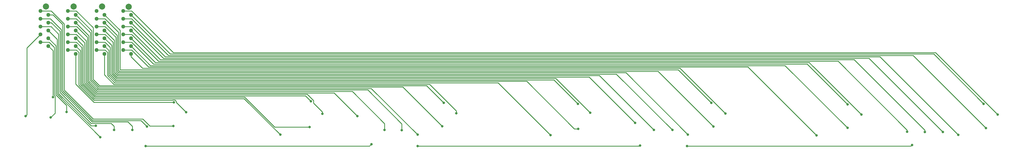
<source format=gbr>
G04 #@! TF.GenerationSoftware,KiCad,Pcbnew,5.0.2-bee76a0~70~ubuntu16.04.1*
G04 #@! TF.CreationDate,2019-11-05T16:08:26-05:00*
G04 #@! TF.ProjectId,DA_Board_2,44415f42-6f61-4726-945f-322e6b696361,rev?*
G04 #@! TF.SameCoordinates,Original*
G04 #@! TF.FileFunction,Copper,L2,Bot*
G04 #@! TF.FilePolarity,Positive*
%FSLAX46Y46*%
G04 Gerber Fmt 4.6, Leading zero omitted, Abs format (unit mm)*
G04 Created by KiCad (PCBNEW 5.0.2-bee76a0~70~ubuntu16.04.1) date Tue 05 Nov 2019 04:08:26 PM EST*
%MOMM*%
%LPD*%
G01*
G04 APERTURE LIST*
G04 #@! TA.AperFunction,ComponentPad*
%ADD10C,1.300000*%
G04 #@! TD*
G04 #@! TA.AperFunction,ComponentPad*
%ADD11C,2.000000*%
G04 #@! TD*
G04 #@! TA.AperFunction,ViaPad*
%ADD12C,0.800000*%
G04 #@! TD*
G04 #@! TA.AperFunction,Conductor*
%ADD13C,0.254000*%
G04 #@! TD*
G04 APERTURE END LIST*
D10*
G04 #@! TO.P,J1,5*
G04 #@! TO.N,/C11_T2*
X-1473200Y-101244400D03*
G04 #@! TO.P,J1,3*
G04 #@! TO.N,/PWR10*
X-1473200Y-98704400D03*
G04 #@! TO.P,J1,1*
G04 #@! TO.N,/PWR9*
X-1473200Y-96164400D03*
G04 #@! TO.P,J1,7*
G04 #@! TO.N,/C11*
X-1473200Y-103784400D03*
G04 #@! TO.P,J1,2*
G04 #@! TO.N,/Q9*
X1066800Y-97434400D03*
G04 #@! TO.P,J1,4*
G04 #@! TO.N,/C11_T3*
X1066800Y-99974400D03*
G04 #@! TO.P,J1,6*
G04 #@! TO.N,/C11_T1*
X1066800Y-102514400D03*
G04 #@! TO.P,J1,8*
G04 #@! TO.N,/PWR11*
X1066800Y-105054400D03*
G04 #@! TO.P,J1,9*
G04 #@! TO.N,/Q11*
X-1473200Y-106324400D03*
G04 #@! TO.P,J1,10*
G04 #@! TO.N,/PWR12*
X1066800Y-107594400D03*
G04 #@! TO.P,J1,11*
G04 #@! TO.N,/C13*
X-1473200Y-108864400D03*
G04 #@! TO.P,J1,12*
G04 #@! TO.N,/PWR13*
X1066800Y-110134400D03*
D11*
G04 #@! TO.P,J1,13*
G04 #@! TO.N,N/C*
X326800Y-94764400D03*
G04 #@! TD*
G04 #@! TO.P,J2,13*
G04 #@! TO.N,N/C*
X9610500Y-94751700D03*
D10*
G04 #@! TO.P,J2,12*
G04 #@! TO.N,/C9*
X10350500Y-110121700D03*
G04 #@! TO.P,J2,11*
G04 #@! TO.N,/PWR8*
X7810500Y-108851700D03*
G04 #@! TO.P,J2,10*
G04 #@! TO.N,/Q7*
X10350500Y-107581700D03*
G04 #@! TO.P,J2,9*
G04 #@! TO.N,/PWR7*
X7810500Y-106311700D03*
G04 #@! TO.P,J2,8*
G04 #@! TO.N,/C7*
X10350500Y-105041700D03*
G04 #@! TO.P,J2,6*
G04 #@! TO.N,/C7_T2*
X10350500Y-102501700D03*
G04 #@! TO.P,J2,4*
G04 #@! TO.N,/PWR6*
X10350500Y-99961700D03*
G04 #@! TO.P,J2,2*
G04 #@! TO.N,/PWR5*
X10350500Y-97421700D03*
G04 #@! TO.P,J2,7*
G04 #@! TO.N,/C7_T1*
X7810500Y-103771700D03*
G04 #@! TO.P,J2,1*
G04 #@! TO.N,Net-(J2-Pad1)*
X7810500Y-96151700D03*
G04 #@! TO.P,J2,3*
G04 #@! TO.N,/Q5*
X7810500Y-98691700D03*
G04 #@! TO.P,J2,5*
G04 #@! TO.N,/C7_T3*
X7810500Y-101231700D03*
G04 #@! TD*
G04 #@! TO.P,J3,5*
G04 #@! TO.N,/C15_T1*
X-10388600Y-101269800D03*
G04 #@! TO.P,J3,3*
G04 #@! TO.N,/C15_T3*
X-10388600Y-98729800D03*
G04 #@! TO.P,J3,1*
G04 #@! TO.N,/Q13*
X-10388600Y-96189800D03*
G04 #@! TO.P,J3,7*
G04 #@! TO.N,/PWR16*
X-10388600Y-103809800D03*
G04 #@! TO.P,J3,2*
G04 #@! TO.N,/PWR14*
X-7848600Y-97459800D03*
G04 #@! TO.P,J3,4*
G04 #@! TO.N,/C15_T2*
X-7848600Y-99999800D03*
G04 #@! TO.P,J3,6*
G04 #@! TO.N,/GND1*
X-7848600Y-102539800D03*
G04 #@! TO.P,J3,8*
G04 #@! TO.N,/C15*
X-7848600Y-105079800D03*
G04 #@! TO.P,J3,9*
G04 #@! TO.N,/Q15*
X-10388600Y-106349800D03*
G04 #@! TO.P,J3,10*
G04 #@! TO.N,/PWR15*
X-7848600Y-107619800D03*
D11*
G04 #@! TO.P,J3,11*
G04 #@! TO.N,N/C*
X-8588600Y-94789800D03*
G04 #@! TD*
D10*
G04 #@! TO.P,J4,5*
G04 #@! TO.N,/C3_T3*
X16446500Y-101282500D03*
G04 #@! TO.P,J4,3*
G04 #@! TO.N,/Q1*
X16446500Y-98742500D03*
G04 #@! TO.P,J4,1*
G04 #@! TO.N,/C1*
X16446500Y-96202500D03*
G04 #@! TO.P,J4,7*
G04 #@! TO.N,/C3_T1*
X16446500Y-103822500D03*
G04 #@! TO.P,J4,2*
G04 #@! TO.N,/PWR1*
X18986500Y-97472500D03*
G04 #@! TO.P,J4,4*
G04 #@! TO.N,/PWR2*
X18986500Y-100012500D03*
G04 #@! TO.P,J4,6*
G04 #@! TO.N,/C3_T2*
X18986500Y-102552500D03*
G04 #@! TO.P,J4,8*
G04 #@! TO.N,/C3*
X18986500Y-105092500D03*
G04 #@! TO.P,J4,9*
G04 #@! TO.N,/PWR3*
X16446500Y-106362500D03*
G04 #@! TO.P,J4,10*
G04 #@! TO.N,/Q3*
X18986500Y-107632500D03*
G04 #@! TO.P,J4,11*
G04 #@! TO.N,/PWR4*
X16446500Y-108902500D03*
G04 #@! TO.P,J4,12*
G04 #@! TO.N,/C5*
X18986500Y-110172500D03*
D11*
G04 #@! TO.P,J4,13*
G04 #@! TO.N,N/C*
X18246500Y-94802500D03*
G04 #@! TD*
D12*
G04 #@! TO.N,/C1*
X300046662Y-129857500D03*
G04 #@! TO.N,/PWR2*
X287261300Y-136486900D03*
G04 #@! TO.N,/PWR4*
X241300000Y-136652000D03*
G04 #@! TO.N,/C3*
X255892300Y-129895600D03*
G04 #@! TO.N,/C5*
X211759800Y-129555800D03*
G04 #@! TO.N,/PWR6*
X199580500Y-136372600D03*
G04 #@! TO.N,/PWR8*
X155054300Y-136575800D03*
G04 #@! TO.N,/C7*
X167932100Y-129311400D03*
G04 #@! TO.N,/C9*
X124460000Y-129463800D03*
G04 #@! TO.N,/PWR10*
X111912400Y-136448800D03*
G04 #@! TO.N,/PWR12*
X67398900Y-136448800D03*
G04 #@! TO.N,/C11*
X81038700Y-129603500D03*
G04 #@! TO.N,/C13*
X36830000Y-129133600D03*
G04 #@! TO.N,/PWR14*
X24180800Y-133781800D03*
G04 #@! TO.N,/PWR16*
X-15214600Y-130378200D03*
G04 #@! TO.N,/C15*
X-1930400Y-129057400D03*
G04 #@! TO.N,/C15_T3*
X19405600Y-134874000D03*
G04 #@! TO.N,/C15_T2*
X13487400Y-134924800D03*
G04 #@! TO.N,/C15_T1*
X7569200Y-133527800D03*
G04 #@! TO.N,/C11_T3*
X106817733Y-134940600D03*
G04 #@! TO.N,/PWR13*
X32893000Y-125907800D03*
G04 #@! TO.N,/PWR15*
X-6350000Y-124180600D03*
G04 #@! TO.N,/C3_T1*
X270738600Y-135496300D03*
G04 #@! TO.N,/C3_T3*
X282295600Y-135559800D03*
G04 #@! TO.N,/C7_T2*
X188544200Y-134861300D03*
G04 #@! TO.N,/C11_T1*
X92430600Y-130416300D03*
G04 #@! TO.N,/C3_T2*
X276428200Y-135521700D03*
G04 #@! TO.N,/C11_T2*
X101229450Y-134915200D03*
G04 #@! TO.N,/C7_T3*
X194551300Y-134924800D03*
G04 #@! TO.N,/C7_T1*
X182460900Y-132588000D03*
G04 #@! TO.N,/Q7*
X164058600Y-134531100D03*
G04 #@! TO.N,/Q11*
X76898500Y-133934200D03*
G04 #@! TO.N,/Q15*
X-7061200Y-130860800D03*
G04 #@! TO.N,/Q3*
X251358400Y-134213600D03*
G04 #@! TO.N,/Q13*
X32715200Y-133629400D03*
G04 #@! TO.N,/Q9*
X119900700Y-133718300D03*
G04 #@! TO.N,/Q5*
X207886300Y-133794500D03*
G04 #@! TO.N,/Q1*
X296260867Y-134285067D03*
G04 #@! TO.N,/GND1*
X9017000Y-137261600D03*
X23761700Y-140169900D03*
X96939100Y-139522200D03*
X111912400Y-140157200D03*
X184099200Y-139928600D03*
X199351900Y-140131800D03*
X272275300Y-139776200D03*
G04 #@! TO.N,/PWR11*
X77343000Y-125577600D03*
G04 #@! TO.N,/PWR9*
X120396000Y-126047500D03*
G04 #@! TO.N,/PWR7*
X163931600Y-126403100D03*
G04 #@! TO.N,/PWR5*
X207225900Y-126085600D03*
G04 #@! TO.N,/PWR3*
X251409200Y-126580900D03*
G04 #@! TO.N,/PWR1*
X295490900Y-126377700D03*
G04 #@! TD*
D13*
G04 #@! TO.N,/C1*
X19162462Y-96202500D02*
X32687962Y-109728000D01*
X16446500Y-96202500D02*
X19162462Y-96202500D01*
X32687962Y-109728000D02*
X279917162Y-109728000D01*
X279917162Y-109728000D02*
X300046662Y-129857500D01*
X300046662Y-129857500D02*
X300224462Y-130035300D01*
G04 #@! TO.N,/PWR2*
X18986500Y-100012500D02*
X30086300Y-111112300D01*
X261886700Y-111112300D02*
X260985000Y-111112300D01*
X287261300Y-136486900D02*
X261886700Y-111112300D01*
X30086300Y-111112300D02*
X260985000Y-111112300D01*
G04 #@! TO.N,/PWR4*
X19162462Y-108902500D02*
X24648862Y-114388900D01*
X16446500Y-108902500D02*
X19162462Y-108902500D01*
X219036900Y-114388900D02*
X241300000Y-136652000D01*
X24648862Y-114388900D02*
X219036900Y-114388900D01*
G04 #@! TO.N,/C3*
X19636499Y-105742499D02*
X19649199Y-105742499D01*
X18986500Y-105092500D02*
X19636499Y-105742499D01*
X19649199Y-105742499D02*
X26885900Y-112979200D01*
X255492301Y-129495601D02*
X255479601Y-129495601D01*
X255892300Y-129895600D02*
X255492301Y-129495601D01*
X255479601Y-129495601D02*
X240195100Y-114211100D01*
X240195100Y-114211100D02*
X240169700Y-114211100D01*
X240169700Y-114211100D02*
X238937800Y-112979200D01*
X238937800Y-112979200D02*
X238531400Y-112979200D01*
X26885900Y-112979200D02*
X238531400Y-112979200D01*
G04 #@! TO.N,/C5*
X18986500Y-111091738D02*
X22740862Y-114846100D01*
X18986500Y-110172500D02*
X18986500Y-111091738D01*
X197050100Y-114846100D02*
X211759800Y-129555800D01*
X22740862Y-114846100D02*
X197050100Y-114846100D01*
G04 #@! TO.N,/PWR6*
X14506529Y-104117729D02*
X14506529Y-115825697D01*
X10350500Y-99961700D02*
X14506529Y-104117729D01*
X14506529Y-115825697D02*
X14949332Y-116268500D01*
X179476400Y-116268500D02*
X199580500Y-136372600D01*
X14949332Y-116268500D02*
X179476400Y-116268500D01*
G04 #@! TO.N,/PWR8*
X10526462Y-108851700D02*
X11328400Y-109653638D01*
X7810500Y-108851700D02*
X10526462Y-108851700D01*
X11328400Y-109653638D02*
X11328400Y-117208300D01*
X11328400Y-117208300D02*
X13690600Y-119570500D01*
X138049000Y-119570500D02*
X155054300Y-136575800D01*
X13690600Y-119570500D02*
X138049000Y-119570500D01*
G04 #@! TO.N,/C7*
X11938000Y-106629200D02*
X10350500Y-105041700D01*
X12690430Y-116613098D02*
X12690430Y-107381630D01*
X14225432Y-118148100D02*
X12690430Y-116613098D01*
X156768800Y-118148100D02*
X14225432Y-118148100D01*
X12690430Y-107381630D02*
X11938000Y-106629200D01*
X167932100Y-129311400D02*
X156768800Y-118148100D01*
G04 #@! TO.N,/C9*
X10350500Y-116941600D02*
X10350500Y-110121700D01*
X124460000Y-129463800D02*
X124460000Y-128663700D01*
X13436600Y-120027700D02*
X10350500Y-116941600D01*
X124460000Y-128663700D02*
X115824000Y-120027700D01*
X115824000Y-120027700D02*
X13436600Y-120027700D01*
G04 #@! TO.N,/PWR10*
X1242762Y-98704400D02*
X-1473200Y-98704400D01*
X5765800Y-118826834D02*
X5765800Y-103227438D01*
X96672400Y-121399300D02*
X8338266Y-121399300D01*
X8338266Y-121399300D02*
X5765800Y-118826834D01*
X5765800Y-103227438D02*
X1242762Y-98704400D01*
X96862900Y-121399300D02*
X96672400Y-121399300D01*
X111912400Y-136448800D02*
X96862900Y-121399300D01*
G04 #@! TO.N,/PWR12*
X2527300Y-120191368D02*
X7049932Y-124714000D01*
X1066800Y-107594400D02*
X2527300Y-109054900D01*
X7049932Y-124714000D02*
X55664100Y-124714000D01*
X55664100Y-124714000D02*
X67398900Y-136448800D01*
X2527300Y-109054900D02*
X2527300Y-120191368D01*
G04 #@! TO.N,/C11*
X-1473200Y-103784400D02*
X1242762Y-103784400D01*
X1242762Y-103784400D02*
X3949700Y-106491338D01*
X3949700Y-119672100D02*
X7594600Y-123317000D01*
X7594600Y-123317000D02*
X76174600Y-123317000D01*
X3949700Y-106491338D02*
X3949700Y-119672100D01*
X78181200Y-126180315D02*
X78181200Y-125323600D01*
X81038700Y-129037815D02*
X78181200Y-126180315D01*
X81038700Y-129603500D02*
X81038700Y-129037815D01*
X76174600Y-123317000D02*
X78181200Y-125323600D01*
G04 #@! TO.N,/C13*
X32407299Y-125247400D02*
X32473900Y-125180799D01*
X2044700Y-119915198D02*
X2044700Y-120350834D01*
X1242762Y-108864400D02*
X2043801Y-109665439D01*
X-1473200Y-108864400D02*
X1242762Y-108864400D01*
X33623539Y-125927139D02*
X36830000Y-129133600D01*
X6941266Y-125247400D02*
X32407299Y-125247400D01*
X33241961Y-125180799D02*
X33620001Y-125558839D01*
X2043801Y-119914299D02*
X2044700Y-119915198D01*
X2044700Y-120350834D02*
X6941266Y-125247400D01*
X32473900Y-125180799D02*
X33241961Y-125180799D01*
X33620001Y-125558839D02*
X33623539Y-125558839D01*
X33623539Y-125558839D02*
X33623539Y-125927139D01*
X2043801Y-109665439D02*
X2043801Y-119914299D01*
G04 #@! TO.N,/PWR14*
X22237700Y-131838700D02*
X22567900Y-132168900D01*
X6565900Y-131838700D02*
X22237700Y-131838700D01*
X-7848600Y-97459800D02*
X-6311900Y-97459800D01*
X-6311900Y-97459800D02*
X-3168742Y-100602958D01*
X-3168742Y-100602958D02*
X-3168742Y-122104058D01*
X22567900Y-132168900D02*
X24180800Y-133781800D01*
X-3168742Y-122104058D02*
X6565900Y-131838700D01*
G04 #@! TO.N,/PWR16*
X-10388600Y-103809800D02*
X-12166600Y-105587800D01*
X-14814601Y-108235801D02*
X-12166600Y-105587800D01*
X-14814601Y-129978201D02*
X-14814601Y-108235801D01*
X-15214600Y-130378200D02*
X-14814601Y-129978201D01*
G04 #@! TO.N,/C15*
X-5438790Y-107489610D02*
X-7848600Y-105079800D01*
X-5438790Y-123417943D02*
X-5438790Y-107489610D01*
X-1930400Y-126926333D02*
X-5438790Y-123417943D01*
X-1930400Y-129057400D02*
X-1930400Y-126926333D01*
G04 #@! TO.N,/C15_T3*
X19405600Y-134308315D02*
X19405600Y-134874000D01*
X19405600Y-133705600D02*
X19405600Y-134308315D01*
X17995900Y-132295900D02*
X19405600Y-133705600D01*
X6337300Y-132295900D02*
X17995900Y-132295900D01*
X-10388600Y-98729800D02*
X-7162800Y-98729800D01*
X-3622752Y-122335848D02*
X6337300Y-132295900D01*
X-7162800Y-98729800D02*
X-3622752Y-102269848D01*
X-3622752Y-102269848D02*
X-3622752Y-122335848D01*
G04 #@! TO.N,/C15_T2*
X-6883400Y-99999800D02*
X-7848600Y-99999800D01*
X-4076762Y-102806438D02*
X-6883400Y-99999800D01*
X5448300Y-132194300D02*
X5435600Y-132194300D01*
X13487400Y-134924800D02*
X13487400Y-133731000D01*
X13487400Y-133731000D02*
X12509500Y-132753100D01*
X5435600Y-132194300D02*
X-4076762Y-122681938D01*
X12509500Y-132753100D02*
X6007100Y-132753100D01*
X-4076762Y-122681938D02*
X-4076762Y-102806438D01*
X6007100Y-132753100D02*
X5448300Y-132194300D01*
G04 #@! TO.N,/C15_T1*
X-6959600Y-101269800D02*
X-10388600Y-101269800D01*
X7569200Y-133527800D02*
X6007100Y-133527800D01*
X6007100Y-133527800D02*
X-4530772Y-122989928D01*
X-4530772Y-122989928D02*
X-4530772Y-103698628D01*
X-4530772Y-103698628D02*
X-6959600Y-101269800D01*
G04 #@! TO.N,/C11_T3*
X8166100Y-121869200D02*
X5311730Y-119014830D01*
X5311730Y-104219330D02*
X1066800Y-99974400D01*
X106817733Y-134374915D02*
X106819700Y-134372948D01*
X95770700Y-121869200D02*
X8166100Y-121869200D01*
X5311730Y-119014830D02*
X5311730Y-104219330D01*
X106819700Y-132918200D02*
X95770700Y-121869200D01*
X106817733Y-134940600D02*
X106817733Y-134374915D01*
X106819700Y-134372948D02*
X106819700Y-132918200D01*
G04 #@! TO.N,/PWR13*
X1066800Y-120015000D02*
X6959600Y-125907800D01*
X6959600Y-125907800D02*
X32893000Y-125907800D01*
X1066800Y-110134400D02*
X1066800Y-120015000D01*
G04 #@! TO.N,/PWR15*
X-6705600Y-108762800D02*
X-7848600Y-107619800D01*
X-6350000Y-109118400D02*
X-6705600Y-108762800D01*
X-6350000Y-124180600D02*
X-6350000Y-109118400D01*
G04 #@! TO.N,/C3_T1*
X19162462Y-103822500D02*
X27849262Y-112509300D01*
X16446500Y-103822500D02*
X19162462Y-103822500D01*
X248317285Y-112509300D02*
X248272300Y-112509300D01*
X270738600Y-134930615D02*
X248317285Y-112509300D01*
X270738600Y-135496300D02*
X270738600Y-134930615D01*
X27849262Y-112509300D02*
X248272300Y-112509300D01*
G04 #@! TO.N,/C3_T3*
X19162462Y-101282500D02*
X29449462Y-111569500D01*
X16446500Y-101282500D02*
X19162462Y-101282500D01*
X258305300Y-111569500D02*
X282295600Y-135559800D01*
X29449462Y-111569500D02*
X258305300Y-111569500D01*
G04 #@! TO.N,/C7_T2*
X188544200Y-134861300D02*
X170889768Y-117206868D01*
X14603568Y-117206868D02*
X13598510Y-116201810D01*
X170889768Y-117206868D02*
X14603568Y-117206868D01*
X13598510Y-105749710D02*
X10350500Y-102501700D01*
X13598510Y-116201810D02*
X13598510Y-105749710D01*
G04 #@! TO.N,/C11_T1*
X1066800Y-102514400D02*
X1716799Y-103164399D01*
X4403710Y-119453010D02*
X7797800Y-122847100D01*
X7797800Y-122847100D02*
X84861400Y-122847100D01*
X4403710Y-105864010D02*
X4403710Y-106303281D01*
X1716799Y-103164399D02*
X1716799Y-103177099D01*
X84861400Y-122847100D02*
X92430600Y-130416300D01*
X1716799Y-103177099D02*
X4403710Y-105864010D01*
X4403710Y-106303281D02*
X4403710Y-119453010D01*
G04 #@! TO.N,/C3_T2*
X28473400Y-112039400D02*
X18986500Y-102552500D01*
X253511585Y-112039400D02*
X252539500Y-112039400D01*
X276428200Y-134956015D02*
X253511585Y-112039400D01*
X276428200Y-135521700D02*
X276428200Y-134956015D01*
X252539500Y-112039400D02*
X28473400Y-112039400D01*
G04 #@! TO.N,/C11_T2*
X101231700Y-132842000D02*
X101231700Y-134347265D01*
X4857720Y-119259320D02*
X7962900Y-122364500D01*
X90754200Y-122364500D02*
X101231700Y-132842000D01*
X1333500Y-101244400D02*
X4857720Y-104768620D01*
X101231700Y-134347265D02*
X101229450Y-134349515D01*
X-1473200Y-101244400D02*
X1333500Y-101244400D01*
X7962900Y-122364500D02*
X90754200Y-122364500D01*
X101229450Y-134349515D02*
X101229450Y-134915200D01*
X4857720Y-104768620D02*
X4857720Y-119259320D01*
G04 #@! TO.N,/C7_T3*
X14052520Y-104757758D02*
X14052520Y-105561653D01*
X10526462Y-101231700D02*
X14052520Y-104757758D01*
X7810500Y-101231700D02*
X10526462Y-101231700D01*
X14052520Y-105561653D02*
X14052520Y-116013754D01*
X14052520Y-116013754D02*
X14764466Y-116725700D01*
X176352200Y-116725700D02*
X194551300Y-134924800D01*
X14764466Y-116725700D02*
X176352200Y-116725700D01*
G04 #@! TO.N,/C7_T1*
X10526462Y-103771700D02*
X13144500Y-106389738D01*
X7810500Y-103771700D02*
X10526462Y-103771700D01*
X13144500Y-106389738D02*
X13144500Y-116425102D01*
X13144500Y-116425102D02*
X14397598Y-117678200D01*
X167551100Y-117678200D02*
X182460900Y-132588000D01*
X14397598Y-117678200D02*
X167551100Y-117678200D01*
G04 #@! TO.N,/Q7*
X11782410Y-109013610D02*
X11782410Y-109465581D01*
X10350500Y-107581700D02*
X11782410Y-109013610D01*
X11782410Y-109465581D02*
X11782410Y-116989210D01*
X11782410Y-116989210D02*
X13881100Y-119087900D01*
X13881100Y-119087900D02*
X147332700Y-119087900D01*
X162775900Y-134531100D02*
X164058600Y-134531100D01*
X147332700Y-119087900D02*
X162775900Y-134531100D01*
G04 #@! TO.N,/Q11*
X1242762Y-106324400D02*
X-1473200Y-106324400D01*
X7222098Y-124244100D02*
X2981310Y-120003312D01*
X55854600Y-124244100D02*
X7222098Y-124244100D01*
X2981310Y-108062948D02*
X1242762Y-106324400D01*
X65544700Y-133934200D02*
X55854600Y-124244100D01*
X76898500Y-133934200D02*
X65544700Y-133934200D01*
X2981310Y-120003312D02*
X2981310Y-108062948D01*
G04 #@! TO.N,/Q15*
X-10388600Y-106349800D02*
X-7569200Y-106349800D01*
X-7569200Y-106349800D02*
X-5892800Y-108026200D01*
X-5622999Y-129422599D02*
X-7061200Y-130860800D01*
X-5892800Y-111023400D02*
X-5895990Y-111026590D01*
X-5892800Y-108026200D02*
X-5892800Y-111023400D01*
X-5895990Y-123602809D02*
X-5622999Y-123875800D01*
X-5895990Y-111026590D02*
X-5895990Y-123602809D01*
X-5622999Y-123875800D02*
X-5622999Y-129422599D01*
G04 #@! TO.N,/Q3*
X18986500Y-107632500D02*
X19636499Y-108282499D01*
X19636499Y-108282499D02*
X25285700Y-113931700D01*
X231076500Y-113931700D02*
X251358400Y-134213600D01*
X25285700Y-113931700D02*
X231076500Y-113931700D01*
G04 #@! TO.N,/Q13*
X-10388600Y-96189800D02*
X-6921500Y-96189800D01*
X-2714732Y-100396568D02*
X-2714732Y-121916002D01*
X-6921500Y-96189800D02*
X-2714732Y-100396568D01*
X-2714732Y-121916002D02*
X6712666Y-131343400D01*
X22818362Y-131343400D02*
X22831062Y-131356100D01*
X6712666Y-131343400D02*
X22818362Y-131343400D01*
X25104362Y-133629400D02*
X22818362Y-131343400D01*
X32715200Y-133629400D02*
X25104362Y-133629400D01*
G04 #@! TO.N,/Q9*
X1066800Y-97434400D02*
X1716799Y-98084399D01*
X8523132Y-120942100D02*
X106959400Y-120942100D01*
X6219810Y-118638778D02*
X8523132Y-120942100D01*
X107124500Y-120942100D02*
X106959400Y-120942100D01*
X6219810Y-103039381D02*
X6219810Y-118638778D01*
X1716799Y-98084399D02*
X6219810Y-102587410D01*
X6219810Y-102587410D02*
X6219810Y-103039381D01*
X119900700Y-133718300D02*
X107124500Y-120942100D01*
G04 #@! TO.N,/Q5*
X14960539Y-103125777D02*
X14960539Y-103929672D01*
X10526462Y-98691700D02*
X14960539Y-103125777D01*
X7810500Y-98691700D02*
X10526462Y-98691700D01*
X14960539Y-103929672D02*
X14960539Y-115637641D01*
X14960539Y-115637641D02*
X14977441Y-115637641D01*
X14977441Y-115637641D02*
X15138400Y-115798600D01*
X15138400Y-115798600D02*
X179648566Y-115798600D01*
X179648566Y-115798600D02*
X189890400Y-115798600D01*
X189890400Y-115798600D02*
X207886300Y-133794500D01*
G04 #@! TO.N,/Q1*
X19162462Y-98742500D02*
X31075062Y-110655100D01*
X16446500Y-98742500D02*
X19162462Y-98742500D01*
X272630900Y-110655100D02*
X296260867Y-134285067D01*
X31075062Y-110655100D02*
X272630900Y-110655100D01*
G04 #@! TO.N,/GND1*
X-4984781Y-105403619D02*
X-4984780Y-107301553D01*
X-7848600Y-102539800D02*
X-4984781Y-105403619D01*
X-4984780Y-107301553D02*
X-4984780Y-123229887D01*
X9017000Y-137231667D02*
X9017000Y-137261600D01*
X-4984780Y-123229887D02*
X9017000Y-137231667D01*
X23761700Y-140169900D02*
X93167200Y-140169900D01*
X96291400Y-140169900D02*
X96939100Y-139522200D01*
X93167200Y-140169900D02*
X96291400Y-140169900D01*
X183870600Y-140157200D02*
X184099200Y-139928600D01*
X111912400Y-140157200D02*
X183870600Y-140157200D01*
X199351900Y-140131800D02*
X199917585Y-140131800D01*
X271919700Y-140131800D02*
X272275300Y-139776200D01*
X199917585Y-140131800D02*
X271919700Y-140131800D01*
G04 #@! TO.N,/PWR11*
X7406964Y-123786900D02*
X3435320Y-119815256D01*
X1716799Y-105704399D02*
X1066800Y-105054400D01*
X75552300Y-123786900D02*
X7406964Y-123786900D01*
X1716799Y-105717099D02*
X1716799Y-105704399D01*
X3435320Y-107435620D02*
X1716799Y-105717099D01*
X77343000Y-125577600D02*
X75552300Y-123786900D01*
X3435320Y-119815256D02*
X3435320Y-107435620D01*
G04 #@! TO.N,/PWR9*
X-1473200Y-96164400D02*
X1242762Y-96164400D01*
X6673820Y-118450722D02*
X8707998Y-120484900D01*
X8707998Y-120484900D02*
X114833400Y-120484900D01*
X6673820Y-102399353D02*
X6673820Y-118450722D01*
X1242762Y-96164400D02*
X6673820Y-101595458D01*
X114833400Y-120484900D02*
X120396000Y-126047500D01*
X6673820Y-101595458D02*
X6673820Y-102399353D01*
G04 #@! TO.N,/PWR7*
X12236420Y-108021658D02*
X12236420Y-109277524D01*
X10526462Y-106311700D02*
X12236420Y-108021658D01*
X7810500Y-106311700D02*
X10526462Y-106311700D01*
X12236420Y-109277524D02*
X12236420Y-116801154D01*
X12236420Y-116801154D02*
X14040566Y-118605300D01*
X156133800Y-118605300D02*
X163931600Y-126403100D01*
X14040566Y-118605300D02*
X156133800Y-118605300D01*
G04 #@! TO.N,/PWR5*
X15414548Y-102485748D02*
X15414549Y-103741615D01*
X10350500Y-97421700D02*
X15414548Y-102485748D01*
X15414549Y-103741615D02*
X15414549Y-114741249D01*
X15414549Y-114741249D02*
X15414549Y-115316000D01*
X196456300Y-115316000D02*
X207225900Y-126085600D01*
X15414549Y-115316000D02*
X196456300Y-115316000D01*
G04 #@! TO.N,/PWR3*
X19162462Y-106362500D02*
X26261762Y-113461800D01*
X16446500Y-106362500D02*
X19162462Y-106362500D01*
X238290100Y-113461800D02*
X251409200Y-126580900D01*
X26261762Y-113461800D02*
X238290100Y-113461800D01*
G04 #@! TO.N,/PWR1*
X18986500Y-97472500D02*
X31711900Y-110197900D01*
X279311100Y-110197900D02*
X295490900Y-126377700D01*
X31711900Y-110197900D02*
X279311100Y-110197900D01*
G04 #@! TD*
M02*

</source>
